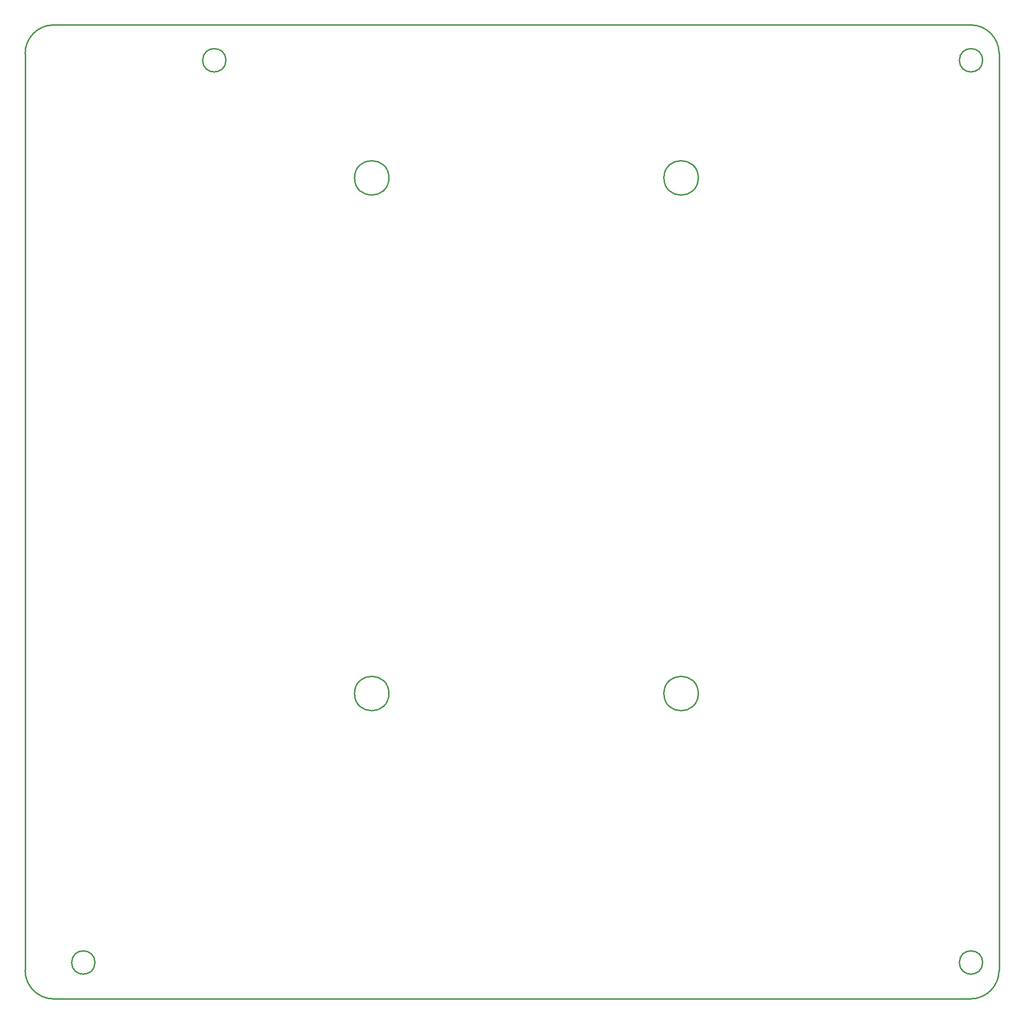
<source format=gm1>
%TF.GenerationSoftware,KiCad,Pcbnew,7.0.10*%
%TF.CreationDate,2024-01-18T14:13:19+02:00*%
%TF.ProjectId,jox030,6a6f7830-3330-42e6-9b69-6361645f7063,rev?*%
%TF.SameCoordinates,Original*%
%TF.FileFunction,Profile,NP*%
%FSLAX46Y46*%
G04 Gerber Fmt 4.6, Leading zero omitted, Abs format (unit mm)*
G04 Created by KiCad (PCBNEW 7.0.10) date 2024-01-18 14:13:19*
%MOMM*%
%LPD*%
G01*
G04 APERTURE LIST*
%TA.AperFunction,Profile*%
%ADD10C,0.250000*%
%TD*%
G04 APERTURE END LIST*
D10*
X78491581Y-40590419D02*
G75*
G03*
X72491581Y-40590419I-3000000J0D01*
G01*
X72491581Y-40590419D02*
G75*
G03*
X78491581Y-40590419I3000000J0D01*
G01*
X19991581Y-13890419D02*
G75*
G03*
X14991581Y-18890419I0J-5000000D01*
G01*
X182123581Y-20060419D02*
G75*
G03*
X178059581Y-20060419I-2032000J0D01*
G01*
X178059581Y-20060419D02*
G75*
G03*
X182123581Y-20060419I2032000J0D01*
G01*
X132491581Y-40590419D02*
G75*
G03*
X126491581Y-40590419I-3000000J0D01*
G01*
X126491581Y-40590419D02*
G75*
G03*
X132491581Y-40590419I3000000J0D01*
G01*
X50043581Y-20060419D02*
G75*
G03*
X45979581Y-20060419I-2032000J0D01*
G01*
X45979581Y-20060419D02*
G75*
G03*
X50043581Y-20060419I2032000J0D01*
G01*
X78491581Y-130590419D02*
G75*
G03*
X72491581Y-130590419I-3000000J0D01*
G01*
X72491581Y-130590419D02*
G75*
G03*
X78491581Y-130590419I3000000J0D01*
G01*
X184991581Y-18890419D02*
G75*
G03*
X179991581Y-13890419I-4999901J99D01*
G01*
X184991581Y-178890419D02*
X184991581Y-18890419D01*
X14991581Y-178890419D02*
G75*
G03*
X19991581Y-183890419I5000000J0D01*
G01*
X179991581Y-13890419D02*
X19991581Y-13890419D01*
X179991581Y-183890421D02*
G75*
G03*
X184991581Y-178890419I-1J5000001D01*
G01*
X182123581Y-177540419D02*
G75*
G03*
X178059581Y-177540419I-2032000J0D01*
G01*
X178059581Y-177540419D02*
G75*
G03*
X182123581Y-177540419I2032000J0D01*
G01*
X14991581Y-18890419D02*
X14991581Y-178890419D01*
X27183581Y-177540419D02*
G75*
G03*
X23119581Y-177540419I-2032000J0D01*
G01*
X23119581Y-177540419D02*
G75*
G03*
X27183581Y-177540419I2032000J0D01*
G01*
X19991581Y-183890419D02*
X179991581Y-183890419D01*
X132491581Y-130590419D02*
G75*
G03*
X126491581Y-130590419I-3000000J0D01*
G01*
X126491581Y-130590419D02*
G75*
G03*
X132491581Y-130590419I3000000J0D01*
G01*
M02*

</source>
